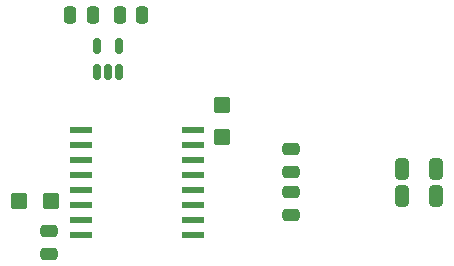
<source format=gbr>
%TF.GenerationSoftware,KiCad,Pcbnew,9.0.1-1.fc42*%
%TF.CreationDate,2025-05-12T13:06:46+02:00*%
%TF.ProjectId,PreAmp,50726541-6d70-42e6-9b69-6361645f7063,1*%
%TF.SameCoordinates,Original*%
%TF.FileFunction,Paste,Top*%
%TF.FilePolarity,Positive*%
%FSLAX46Y46*%
G04 Gerber Fmt 4.6, Leading zero omitted, Abs format (unit mm)*
G04 Created by KiCad (PCBNEW 9.0.1-1.fc42) date 2025-05-12 13:06:46*
%MOMM*%
%LPD*%
G01*
G04 APERTURE LIST*
G04 Aperture macros list*
%AMRoundRect*
0 Rectangle with rounded corners*
0 $1 Rounding radius*
0 $2 $3 $4 $5 $6 $7 $8 $9 X,Y pos of 4 corners*
0 Add a 4 corners polygon primitive as box body*
4,1,4,$2,$3,$4,$5,$6,$7,$8,$9,$2,$3,0*
0 Add four circle primitives for the rounded corners*
1,1,$1+$1,$2,$3*
1,1,$1+$1,$4,$5*
1,1,$1+$1,$6,$7*
1,1,$1+$1,$8,$9*
0 Add four rect primitives between the rounded corners*
20,1,$1+$1,$2,$3,$4,$5,0*
20,1,$1+$1,$4,$5,$6,$7,0*
20,1,$1+$1,$6,$7,$8,$9,0*
20,1,$1+$1,$8,$9,$2,$3,0*%
G04 Aperture macros list end*
%ADD10RoundRect,0.250000X0.475000X-0.250000X0.475000X0.250000X-0.475000X0.250000X-0.475000X-0.250000X0*%
%ADD11RoundRect,0.250000X-0.250000X-0.475000X0.250000X-0.475000X0.250000X0.475000X-0.250000X0.475000X0*%
%ADD12RoundRect,0.250000X0.445000X-0.457500X0.445000X0.457500X-0.445000X0.457500X-0.445000X-0.457500X0*%
%ADD13RoundRect,0.150000X0.150000X-0.512500X0.150000X0.512500X-0.150000X0.512500X-0.150000X-0.512500X0*%
%ADD14R,1.873999X0.558000*%
%ADD15RoundRect,0.250000X0.325000X0.650000X-0.325000X0.650000X-0.325000X-0.650000X0.325000X-0.650000X0*%
%ADD16RoundRect,0.250000X-0.475000X0.250000X-0.475000X-0.250000X0.475000X-0.250000X0.475000X0.250000X0*%
%ADD17RoundRect,0.250000X0.457500X0.445000X-0.457500X0.445000X-0.457500X-0.445000X0.457500X-0.445000X0*%
G04 APERTURE END LIST*
D10*
%TO.C,R4*%
X143200000Y-100010000D03*
X143200000Y-98110000D03*
%TD*%
%TO.C,R5*%
X122700000Y-106950000D03*
X122700000Y-105050000D03*
%TD*%
D11*
%TO.C,R2*%
X128678000Y-86710000D03*
X130578000Y-86710000D03*
%TD*%
D12*
%TO.C,C3*%
X137300000Y-97052500D03*
X137300000Y-94347500D03*
%TD*%
D13*
%TO.C,U1*%
X126728000Y-91597500D03*
X127678000Y-91597500D03*
X128628000Y-91597500D03*
X128628000Y-89322500D03*
X126728000Y-89322500D03*
%TD*%
D11*
%TO.C,R1*%
X124478000Y-86710000D03*
X126378000Y-86710000D03*
%TD*%
D14*
%TO.C,U2*%
X134834301Y-105345000D03*
X134834301Y-104075000D03*
X134834301Y-102805000D03*
X134834301Y-101535000D03*
X134834301Y-100265000D03*
X134834301Y-98995000D03*
X134834301Y-97725000D03*
X134834301Y-96455000D03*
X125365699Y-96455000D03*
X125365699Y-97725000D03*
X125365699Y-98995000D03*
X125365699Y-100265000D03*
X125365699Y-101535000D03*
X125365699Y-102805000D03*
X125365699Y-104075000D03*
X125365699Y-105345000D03*
%TD*%
D15*
%TO.C,C2*%
X155475000Y-102100000D03*
X152525000Y-102100000D03*
%TD*%
%TO.C,C1*%
X155475000Y-99800000D03*
X152525000Y-99800000D03*
%TD*%
D16*
%TO.C,R3*%
X143200000Y-101760000D03*
X143200000Y-103660000D03*
%TD*%
D17*
%TO.C,C4*%
X122852500Y-102500000D03*
X120147500Y-102500000D03*
%TD*%
M02*

</source>
